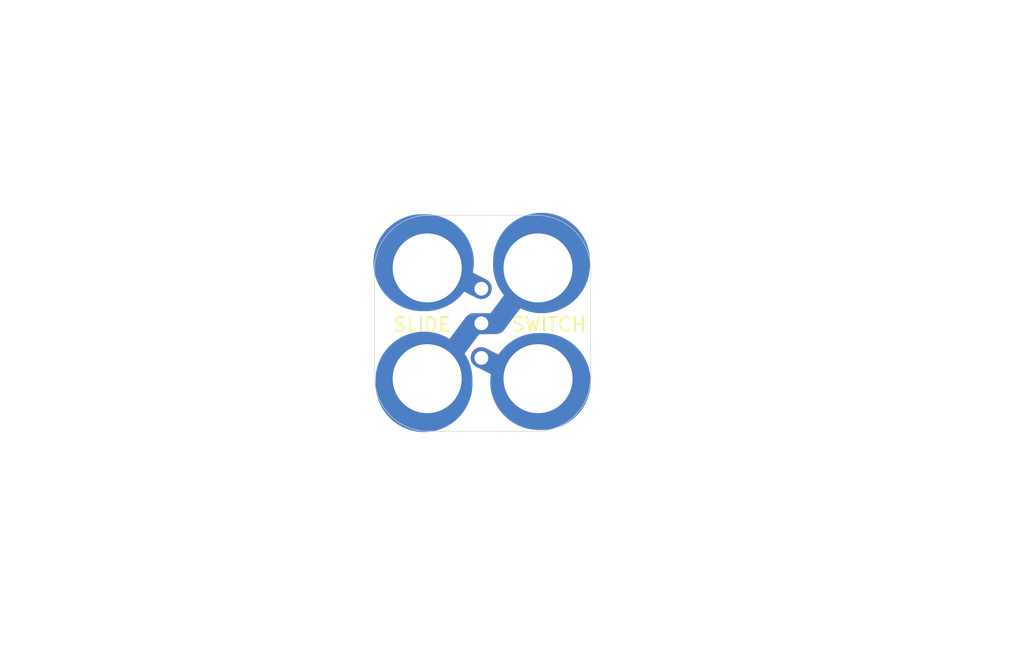
<source format=kicad_pcb>
(kicad_pcb (version 4) (host pcbnew 4.0.5-e0-6337~49~ubuntu16.04.1)

  (general
    (links 4)
    (no_connects 4)
    (area 0 0 0 0)
    (thickness 1.6)
    (drawings 21)
    (tracks 5)
    (zones 0)
    (modules 1)
    (nets 4)
  )

  (page USLetter)
  (title_block
    (title "2x2 Slide Switch (EG1218)")
    (date "18 Jan 2017")
    (rev 1.0)
    (company "All rights reserved.")
    (comment 1 help@browndoggadgets.com)
    (comment 2 http://browndoggadgets.com/)
    (comment 3 "Brown Dog Gadgets")
  )

  (layers
    (0 F.Cu signal)
    (31 B.Cu signal)
    (34 B.Paste user)
    (35 F.Paste user)
    (36 B.SilkS user)
    (37 F.SilkS user)
    (38 B.Mask user)
    (39 F.Mask user)
    (44 Edge.Cuts user)
    (46 B.CrtYd user)
    (47 F.CrtYd user)
    (48 B.Fab user)
    (49 F.Fab user)
  )

  (setup
    (last_trace_width 0.254)
    (user_trace_width 0.1524)
    (user_trace_width 0.254)
    (user_trace_width 0.3302)
    (user_trace_width 0.508)
    (user_trace_width 0.762)
    (user_trace_width 1.27)
    (trace_clearance 0.254)
    (zone_clearance 0.508)
    (zone_45_only no)
    (trace_min 0.1524)
    (segment_width 0.1524)
    (edge_width 0.1524)
    (via_size 0.6858)
    (via_drill 0.3302)
    (via_min_size 0.6858)
    (via_min_drill 0.3302)
    (user_via 0.6858 0.3302)
    (user_via 0.762 0.4064)
    (user_via 0.8636 0.508)
    (uvia_size 0.6858)
    (uvia_drill 0.3302)
    (uvias_allowed no)
    (uvia_min_size 0)
    (uvia_min_drill 0)
    (pcb_text_width 0.1524)
    (pcb_text_size 1.016 1.016)
    (mod_edge_width 0.1524)
    (mod_text_size 1.016 1.016)
    (mod_text_width 0.1524)
    (pad_size 1.524 1.524)
    (pad_drill 0.762)
    (pad_to_mask_clearance 0.0762)
    (solder_mask_min_width 0.1016)
    (pad_to_paste_clearance -0.0762)
    (aux_axis_origin 0 0)
    (visible_elements FFFEDF7D)
    (pcbplotparams
      (layerselection 0x310fc_80000001)
      (usegerberextensions true)
      (excludeedgelayer true)
      (linewidth 0.100000)
      (plotframeref false)
      (viasonmask false)
      (mode 1)
      (useauxorigin false)
      (hpglpennumber 1)
      (hpglpenspeed 20)
      (hpglpendiameter 15)
      (hpglpenoverlay 2)
      (psnegative false)
      (psa4output false)
      (plotreference true)
      (plotvalue true)
      (plotinvisibletext false)
      (padsonsilk false)
      (subtractmaskfromsilk false)
      (outputformat 1)
      (mirror false)
      (drillshape 0)
      (scaleselection 1)
      (outputdirectory gerbers))
  )

  (net 0 "")
  (net 1 /2)
  (net 2 /3)
  (net 3 /1)

  (net_class Default "This is the default net class."
    (clearance 0.254)
    (trace_width 0.254)
    (via_dia 0.6858)
    (via_drill 0.3302)
    (uvia_dia 0.6858)
    (uvia_drill 0.3302)
    (add_net /1)
    (add_net /2)
    (add_net /3)
  )

  (module Crazy_Circuits:SWITCH-SPDT-3PIN-2.5mmPITCH-TH-2x2 (layer F.Cu) (tedit 587FE0FF) (tstamp 587FEBE4)
    (at 135.4084 102.2096)
    (descr http://spec_sheets.e-switch.com/specs/P040040.pdf)
    (tags "SWITCH SPDT EG1218 2x3")
    (path /587FDCA1)
    (fp_text reference SW1 (at 3.99 -3.96) (layer F.Fab)
      (effects (font (size 1 1) (thickness 0.15)))
    )
    (fp_text value SPDT_Small (at 4.12 2.8) (layer F.Fab) hide
      (effects (font (size 1 1) (thickness 0.15)))
    )
    (fp_circle (center -0.031267 -8.001) (end 1.238733 -7.4676) (layer F.Fab) (width 0.2))
    (fp_text user 1 (at 8.0264 -0.1016) (layer F.Fab)
      (effects (font (size 1 1) (thickness 0.15)))
    )
    (fp_text user 2 (at 0 -0.0762) (layer F.Fab)
      (effects (font (size 1 1) (thickness 0.15)))
    )
    (fp_text user 3 (at -0.0254 -7.9756) (layer F.Fab)
      (effects (font (size 1 1) (thickness 0.15)))
    )
    (fp_text user 2 (at 8.001 -7.874) (layer F.Fab)
      (effects (font (size 1 1) (thickness 0.15)))
    )
    (fp_line (start 3.903 -6.5134) (end -0.097 -8.5134) (layer F.Cu) (width 1.5))
    (fp_line (start 4.9538 -3.98) (end 7.9538 -7.98) (layer B.Mask) (width 1.5))
    (fp_line (start 3.9538 -3.98) (end 4.9538 -3.98) (layer B.Mask) (width 1.5))
    (fp_text user "SLIDE " (at -0.001 -3.9116) (layer F.SilkS)
      (effects (font (size 1 1) (thickness 0.15)))
    )
    (fp_text user SWITCH (at 8.7874 -3.9116) (layer F.SilkS)
      (effects (font (size 1 1) (thickness 0.15)))
    )
    (fp_line (start 3.903 -6.5134) (end -0.097 -8.5134) (layer B.Mask) (width 1.5))
    (fp_line (start 3.9538 -3.98) (end 4.9538 -3.98) (layer B.Cu) (width 1.5))
    (fp_line (start 4.9538 -3.98) (end 7.9538 -7.98) (layer B.Cu) (width 1.5))
    (fp_line (start 7.9 -11.8) (end 0.1 -11.8) (layer Edge.Cuts) (width 0.04064))
    (fp_line (start 7.9 3.8) (end 0.1 3.8) (layer Edge.Cuts) (width 0.04064))
    (fp_line (start 11.8 -0.1) (end 11.8 -7.9) (layer Edge.Cuts) (width 0.04064))
    (fp_line (start -3.8 -0.1) (end -3.8 -7.9) (layer Edge.Cuts) (width 0.04064))
    (fp_arc (start 7.9 -7.9) (end 7.9 -11.8) (angle 90) (layer Edge.Cuts) (width 0.04064))
    (fp_arc (start 7.9 -0.1) (end 11.8 -0.1) (angle 90) (layer Edge.Cuts) (width 0.04064))
    (fp_arc (start 0.1 -0.1) (end 0.1 3.8) (angle 90) (layer Edge.Cuts) (width 0.04064))
    (fp_arc (start 0.1 -7.9) (end -3.8 -7.9) (angle 90) (layer Edge.Cuts) (width 0.04064))
    (fp_line (start 7.9 -11.8) (end 0.1 -11.8) (layer F.Fab) (width 0.04064))
    (fp_line (start 7.9 3.8) (end 0.1 3.8) (layer F.Fab) (width 0.04064))
    (fp_line (start 11.8 -0.1) (end 11.8 -7.9) (layer F.Fab) (width 0.04064))
    (fp_line (start -3.8 -0.1) (end -3.8 -7.9) (layer F.Fab) (width 0.04064))
    (fp_arc (start 7.9 -7.9) (end 7.9 -11.8) (angle 90) (layer F.Fab) (width 0.04064))
    (fp_arc (start 7.9 -0.1) (end 11.8 -0.1) (angle 90) (layer F.Fab) (width 0.04064))
    (fp_arc (start 0.1 -0.1) (end 0.1 3.8) (angle 90) (layer F.Fab) (width 0.04064))
    (fp_arc (start 0.1 -7.9) (end -3.8 -7.9) (angle 90) (layer F.Fab) (width 0.04064))
    (fp_line (start 4.9538 -3.98) (end 7.9538 -7.98) (layer F.Cu) (width 1.5))
    (fp_line (start 3.9538 -3.98) (end 4.9538 -3.98) (layer F.Cu) (width 1.5))
    (fp_line (start 3.903 -6.5134) (end -0.097 -8.5134) (layer F.Mask) (width 1.5))
    (fp_line (start 3.9116 -6.5024) (end -0.0884 -8.5024) (layer B.Cu) (width 1.5))
    (fp_line (start 4.9538 -3.98) (end 7.9538 -7.98) (layer F.Mask) (width 1.5))
    (fp_line (start 3.9538 -3.98) (end 4.9538 -3.98) (layer F.Mask) (width 1.5))
    (fp_line (start 3.3774 -3.9702) (end 0.3774 0.0298) (layer F.Cu) (width 1.5))
    (fp_line (start 3.3774 -3.9702) (end 0.3774 0.0298) (layer F.Mask) (width 1.5))
    (fp_line (start 3.3774 -3.9702) (end 0.3774 0.0298) (layer B.Cu) (width 1.5))
    (fp_line (start 3.3774 -3.9702) (end 0.3774 0.0298) (layer B.Mask) (width 1.5))
    (fp_line (start 4.3774 -3.9702) (end 3.3774 -3.9702) (layer B.Cu) (width 1.5))
    (fp_line (start 4.3774 -3.9702) (end 3.3774 -3.9702) (layer F.Mask) (width 1.5))
    (fp_line (start 4.3774 -3.9702) (end 3.3774 -3.9702) (layer F.Cu) (width 1.5))
    (fp_line (start 4.3774 -3.9702) (end 3.3774 -3.9702) (layer B.Mask) (width 1.5))
    (fp_line (start 7.8908 0.4716) (end 3.8908 -1.5284) (layer F.Cu) (width 1.5))
    (fp_line (start 7.8908 0.4716) (end 3.8908 -1.5284) (layer F.Mask) (width 1.5))
    (fp_line (start 7.8994 0.4826) (end 3.8994 -1.5174) (layer B.Cu) (width 1.5))
    (fp_line (start 7.8908 0.4716) (end 3.8908 -1.5284) (layer B.Mask) (width 1.5))
    (fp_circle (center 8.045933 -7.9248) (end 9.315933 -7.3914) (layer F.Fab) (width 0.2))
    (fp_circle (center -0.005867 0) (end 1.264133 0.5334) (layer F.Fab) (width 0.2))
    (fp_circle (center 7.969733 0) (end 9.239733 0.5334) (layer F.Fab) (width 0.2))
    (pad 2 thru_hole circle (at 8 -8) (size 6 6) (drill 4.98) (layers *.Cu *.Mask)
      (net 1 /2))
    (pad 2 thru_hole circle (at 3.9116 -3.9986 270) (size 1.25 1.25) (drill 1) (layers *.Cu *.Mask)
      (net 1 /2))
    (pad 3 thru_hole circle (at 3.9116 -6.4986 270) (size 1.25 1.25) (drill 1) (layers *.Cu *.Mask)
      (net 2 /3))
    (pad 1 thru_hole circle (at 3.9116 -1.4986 270) (size 1.25 1.25) (drill 1) (layers *.Cu *.Mask)
      (net 3 /1))
    (pad 1 thru_hole circle (at 8 0) (size 6 6) (drill 4.98) (layers *.Cu *.Mask)
      (net 3 /1))
    (pad 3 thru_hole circle (at 0 -8) (size 6 6) (drill 4.98) (layers *.Cu *.Mask)
      (net 2 /3))
    (pad 2 thru_hole circle (at 0 0) (size 6 6) (drill 4.98) (layers *.Cu *.Mask)
      (net 1 /2))
  )

  (gr_line (start 143.4973 102.4001) (end 143.5608 102.4636) (layer B.Mask) (width 7) (tstamp 5880A052))
  (gr_line (start 135.2423 102.3493) (end 135.1788 102.4128) (layer B.Mask) (width 7) (tstamp 5880A051))
  (gr_line (start 135.1915 93.9165) (end 135.128 93.853) (layer B.Mask) (width 7) (tstamp 5880A050))
  (gr_line (start 143.5735 93.9165) (end 143.637 93.853) (layer B.Mask) (width 7))
  (gr_circle (center 117.348 76.962) (end 118.618 76.962) (layer Dwgs.User) (width 0.15))
  (gr_line (start 114.427 78.994) (end 114.427 74.93) (angle 90) (layer Dwgs.User) (width 0.15))
  (gr_line (start 120.269 78.994) (end 114.427 78.994) (angle 90) (layer Dwgs.User) (width 0.15))
  (gr_line (start 120.269 74.93) (end 120.269 78.994) (angle 90) (layer Dwgs.User) (width 0.15))
  (gr_line (start 114.427 74.93) (end 120.269 74.93) (angle 90) (layer Dwgs.User) (width 0.15))
  (gr_line (start 120.523 93.98) (end 104.648 93.98) (angle 90) (layer Dwgs.User) (width 0.15))
  (gr_line (start 173.355 102.235) (end 173.355 94.615) (angle 90) (layer Dwgs.User) (width 0.15))
  (gr_line (start 178.435 102.235) (end 173.355 102.235) (angle 90) (layer Dwgs.User) (width 0.15))
  (gr_line (start 178.435 94.615) (end 178.435 102.235) (angle 90) (layer Dwgs.User) (width 0.15))
  (gr_line (start 173.355 94.615) (end 178.435 94.615) (angle 90) (layer Dwgs.User) (width 0.15))
  (gr_line (start 109.093 123.19) (end 109.093 114.3) (angle 90) (layer Dwgs.User) (width 0.15))
  (gr_line (start 122.428 123.19) (end 109.093 123.19) (angle 90) (layer Dwgs.User) (width 0.15))
  (gr_line (start 122.428 114.3) (end 122.428 123.19) (angle 90) (layer Dwgs.User) (width 0.15))
  (gr_line (start 109.093 114.3) (end 122.428 114.3) (angle 90) (layer Dwgs.User) (width 0.15))
  (gr_line (start 104.648 93.98) (end 104.648 82.55) (angle 90) (layer Dwgs.User) (width 0.15))
  (gr_line (start 120.523 82.55) (end 120.523 93.98) (angle 90) (layer Dwgs.User) (width 0.15))
  (gr_line (start 104.648 82.55) (end 120.523 82.55) (angle 90) (layer Dwgs.User) (width 0.15))

  (segment (start 143.6624 93.726) (end 143.6624 93.98) (width 7) (layer B.Cu) (net 0))
  (segment (start 143.383 94.107) (end 143.383 94.108) (width 0.254) (layer B.Cu) (net 0))
  (segment (start 135.0264 93.8276) (end 135.2804 93.8276) (width 7) (layer B.Cu) (net 0) (tstamp 5880A05E))
  (segment (start 143.7132 102.4128) (end 143.4592 102.4128) (width 7) (layer B.Cu) (net 0) (tstamp 5880A060))
  (segment (start 135.1788 102.5652) (end 135.1788 102.3112) (width 7) (layer B.Cu) (net 0) (tstamp 5880A05F))

)

</source>
